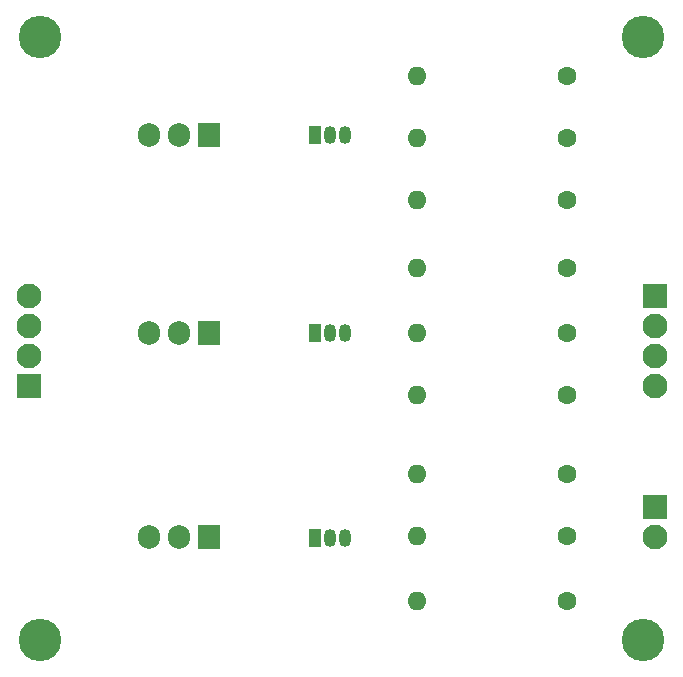
<source format=gbr>
%TF.GenerationSoftware,KiCad,Pcbnew,7.0.8*%
%TF.CreationDate,2023-11-20T10:49:13-05:00*%
%TF.ProjectId,StackLight,53746163-6b4c-4696-9768-742e6b696361,rev?*%
%TF.SameCoordinates,Original*%
%TF.FileFunction,Soldermask,Bot*%
%TF.FilePolarity,Negative*%
%FSLAX46Y46*%
G04 Gerber Fmt 4.6, Leading zero omitted, Abs format (unit mm)*
G04 Created by KiCad (PCBNEW 7.0.8) date 2023-11-20 10:49:13*
%MOMM*%
%LPD*%
G01*
G04 APERTURE LIST*
%ADD10R,1.905000X2.000000*%
%ADD11O,1.905000X2.000000*%
%ADD12C,3.600000*%
%ADD13C,1.600000*%
%ADD14O,1.600000X1.600000*%
%ADD15R,1.050000X1.500000*%
%ADD16O,1.050000X1.500000*%
%ADD17R,2.100000X2.100000*%
%ADD18C,2.100000*%
G04 APERTURE END LIST*
D10*
%TO.C,Q4*%
X124550000Y-97250000D03*
D11*
X122010000Y-97250000D03*
X119470000Y-97250000D03*
%TD*%
D12*
%TO.C,H2*%
X161250000Y-72250000D03*
%TD*%
D13*
%TO.C,R5*%
X154850000Y-97250000D03*
D14*
X142150000Y-97250000D03*
%TD*%
D15*
%TO.C,Q1*%
X133480000Y-114610000D03*
D16*
X134750000Y-114610000D03*
X136020000Y-114610000D03*
%TD*%
D13*
%TO.C,R3*%
X154850000Y-109250000D03*
D14*
X142150000Y-109250000D03*
%TD*%
D10*
%TO.C,Q6*%
X124550000Y-80500000D03*
D11*
X122010000Y-80500000D03*
X119470000Y-80500000D03*
%TD*%
D12*
%TO.C,H3*%
X110250000Y-123250000D03*
%TD*%
%TO.C,H1*%
X110250000Y-72250000D03*
%TD*%
D17*
%TO.C,J3*%
X162250000Y-111980000D03*
D18*
X162250000Y-114520000D03*
%TD*%
D13*
%TO.C,R8*%
X154850000Y-80750000D03*
D14*
X142150000Y-80750000D03*
%TD*%
D15*
%TO.C,Q3*%
X133480000Y-97250000D03*
D16*
X134750000Y-97250000D03*
X136020000Y-97250000D03*
%TD*%
D13*
%TO.C,R6*%
X154850000Y-91750000D03*
D14*
X142150000Y-91750000D03*
%TD*%
D15*
%TO.C,Q5*%
X133460000Y-80500000D03*
D16*
X134730000Y-80500000D03*
X136000000Y-80500000D03*
%TD*%
D13*
%TO.C,R9*%
X154850000Y-75500000D03*
D14*
X142150000Y-75500000D03*
%TD*%
D17*
%TO.C,J2*%
X109250000Y-101740000D03*
D18*
X109250000Y-99200000D03*
X109250000Y-96660000D03*
X109250000Y-94120000D03*
%TD*%
D13*
%TO.C,R7*%
X154850000Y-86000000D03*
D14*
X142150000Y-86000000D03*
%TD*%
D10*
%TO.C,Q2*%
X124540000Y-114555000D03*
D11*
X122000000Y-114555000D03*
X119460000Y-114555000D03*
%TD*%
D17*
%TO.C,J1*%
X162250000Y-94130000D03*
D18*
X162250000Y-96670000D03*
X162250000Y-99210000D03*
X162250000Y-101750000D03*
%TD*%
D13*
%TO.C,R2*%
X154850000Y-114500000D03*
D14*
X142150000Y-114500000D03*
%TD*%
D12*
%TO.C,H4*%
X161250000Y-123250000D03*
%TD*%
D13*
%TO.C,R1*%
X154850000Y-120000000D03*
D14*
X142150000Y-120000000D03*
%TD*%
D13*
%TO.C,R4*%
X154850000Y-102500000D03*
D14*
X142150000Y-102500000D03*
%TD*%
M02*

</source>
